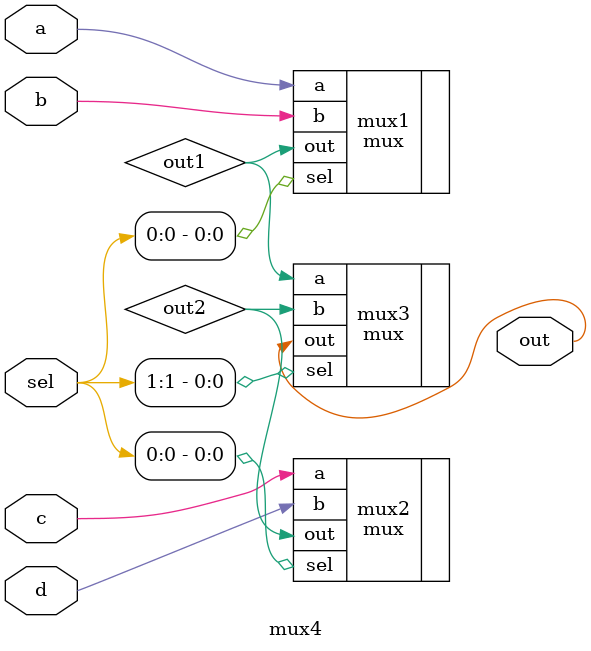
<source format=v>
module mux4(input a, input b, input c, input d, input [1:0]sel,
            output out);
    wire out1, out2;
    mux mux1(.a(a), .b(b), .sel(sel[0]), .out(out1));
    mux mux2(.a(c), .b(d), .sel(sel[0]), .out(out2));
    mux mux3(.a(out1), .b(out2), .sel(sel[1]), .out(out));
endmodule
</source>
